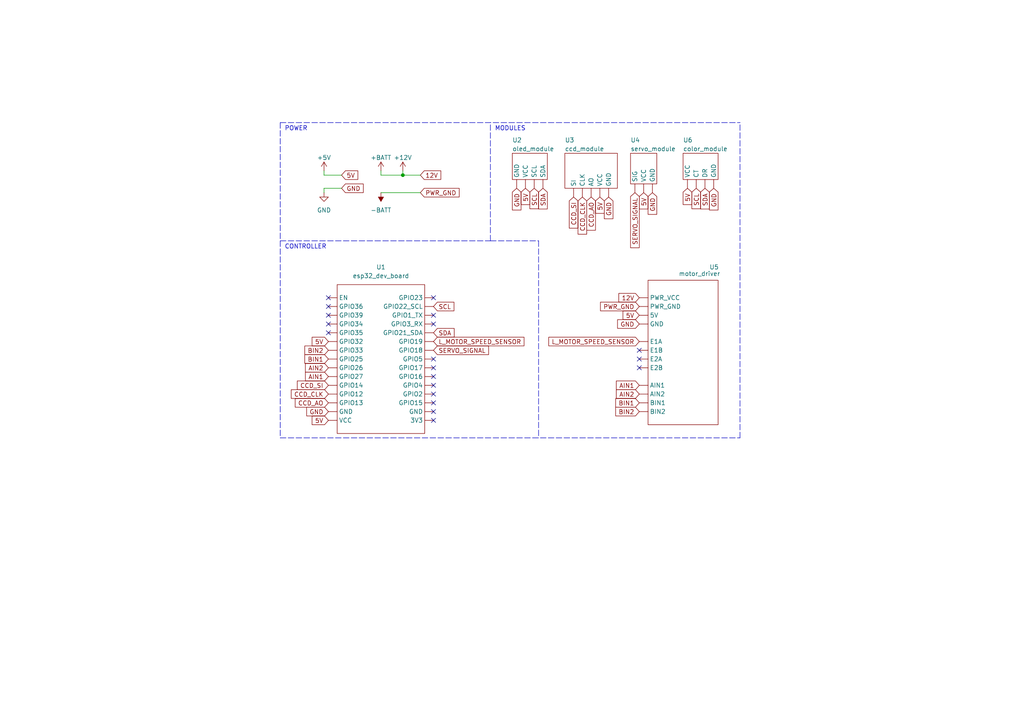
<source format=kicad_sch>
(kicad_sch (version 20211123) (generator eeschema)
  (paper "A4")
  (lib_symbols
    (symbol "dannySymbolLib:ccd_module"
      (property "Reference" "U" (at -7.62 10.16 0))
      (property "Value" "ccd_module" (at -2.54 8.89 0))
      (symbol "ccd_module_0_1"
        (rectangle (start -7.62 7.62) (end 7.62 -2.54))
      )
      (symbol "ccd_module_1_1"
        (pin input line (at 0 -5.08 90) (length 2.54) (name "AO") (number ""))
        (pin input line (at -2.54 -5.08 90) (length 2.54) (name "CLK") (number ""))
        (pin power_in line (at 5.08 -5.08 90) (length 2.54) (name "GND") (number ""))
        (pin input line (at -5.08 -5.08 90) (length 2.54) (name "SI") (number ""))
        (pin input line (at 2.54 -5.08 90) (length 2.54) (name "VCC") (number ""))
      )
    )
    (symbol "dannySymbolLib:color_module"
      (property "Reference" "U" (at -5.08 7.62 0))
      (property "Value" "color_module" (at 0 6.35 0))
      (symbol "color_module_0_1"
        (rectangle (start -5.08 3.81) (end 5.08 -3.81))
      )
      (symbol "color_module_1_1"
        (pin input line (at -1.27 -6.35 90) (length 2.54) (name "CT") (number ""))
        (pin input line (at 1.27 -6.35 90) (length 2.54) (name "DR") (number ""))
        (pin power_in line (at 3.81 -6.35 90) (length 2.54) (name "GND") (number ""))
        (pin power_in line (at -3.81 -6.35 90) (length 2.54) (name "VCC") (number ""))
      )
    )
    (symbol "dannySymbolLib:esp32_dev_board"
      (property "Reference" "U" (at -11.43 25.4 0))
      (property "Value" "esp32_dev_board" (at -3.81 24.13 0))
      (symbol "esp32_dev_board_0_1"
        (rectangle (start -12.7 22.86) (end 12.7 -20.32))
      )
      (symbol "esp32_dev_board_1_1"
        (pin power_in line (at 15.24 -16.51 180) (length 2.54) (name "3V3") (number ""))
        (pin input line (at -15.24 19.05 0) (length 2.54) (name "EN") (number ""))
        (pin power_in line (at -15.24 -13.97 0) (length 2.54) (name "GND") (number ""))
        (pin power_in line (at 15.24 -13.97 180) (length 2.54) (name "GND") (number ""))
        (pin bidirectional line (at -15.24 -8.89 0) (length 2.54) (name "GPIO12") (number ""))
        (pin bidirectional line (at -15.24 -11.43 0) (length 2.54) (name "GPIO13") (number ""))
        (pin bidirectional line (at -15.24 -6.35 0) (length 2.54) (name "GPIO14") (number ""))
        (pin bidirectional line (at 15.24 -11.43 180) (length 2.54) (name "GPIO15") (number ""))
        (pin bidirectional line (at 15.24 -3.81 180) (length 2.54) (name "GPIO16") (number ""))
        (pin bidirectional line (at 15.24 -1.27 180) (length 2.54) (name "GPIO17") (number ""))
        (pin bidirectional line (at 15.24 3.81 180) (length 2.54) (name "GPIO18") (number ""))
        (pin bidirectional line (at 15.24 6.35 180) (length 2.54) (name "GPIO19") (number ""))
        (pin bidirectional line (at 15.24 13.97 180) (length 2.54) (name "GPIO1_TX") (number ""))
        (pin bidirectional line (at 15.24 -8.89 180) (length 2.54) (name "GPIO2") (number ""))
        (pin bidirectional line (at 15.24 8.89 180) (length 2.54) (name "GPIO21_SDA") (number ""))
        (pin bidirectional line (at 15.24 16.51 180) (length 2.54) (name "GPIO22_SCL") (number ""))
        (pin bidirectional line (at 15.24 19.05 180) (length 2.54) (name "GPIO23") (number ""))
        (pin bidirectional line (at -15.24 1.27 0) (length 2.54) (name "GPIO25") (number ""))
        (pin bidirectional line (at -15.24 -1.27 0) (length 2.54) (name "GPIO26") (number ""))
        (pin bidirectional line (at -15.24 -3.81 0) (length 2.54) (name "GPIO27") (number ""))
        (pin bidirectional line (at -15.24 6.35 0) (length 2.54) (name "GPIO32") (number ""))
        (pin bidirectional line (at -15.24 3.81 0) (length 2.54) (name "GPIO33") (number ""))
        (pin bidirectional line (at -15.24 11.43 0) (length 2.54) (name "GPIO34") (number ""))
        (pin bidirectional line (at -15.24 8.89 0) (length 2.54) (name "GPIO35") (number ""))
        (pin bidirectional line (at -15.24 16.51 0) (length 2.54) (name "GPIO36") (number ""))
        (pin bidirectional line (at -15.24 13.97 0) (length 2.54) (name "GPIO39") (number ""))
        (pin bidirectional line (at 15.24 11.43 180) (length 2.54) (name "GPIO3_RX") (number ""))
        (pin bidirectional line (at 15.24 -6.35 180) (length 2.54) (name "GPIO4") (number ""))
        (pin bidirectional line (at 15.24 1.27 180) (length 2.54) (name "GPIO5") (number ""))
        (pin power_in line (at -15.24 -16.51 0) (length 2.54) (name "VCC") (number ""))
      )
    )
    (symbol "dannySymbolLib:motor_driver"
      (property "Reference" "U" (at -3.81 10.16 0))
      (property "Value" "motor_driver" (at 1.27 8.89 0))
      (symbol "motor_driver_0_1"
        (rectangle (start -5.08 7.62) (end 15.24 -34.29))
      )
      (symbol "motor_driver_1_1"
        (pin power_out line (at -7.62 -2.54 0) (length 2.54) (name "5V") (number ""))
        (pin input line (at -7.62 -22.86 0) (length 2.54) (name "AIN1") (number ""))
        (pin input line (at -7.62 -25.4 0) (length 2.54) (name "AIN2") (number ""))
        (pin input line (at -7.62 -27.94 0) (length 2.54) (name "BIN1") (number ""))
        (pin input line (at -7.62 -30.48 0) (length 2.54) (name "BIN2") (number ""))
        (pin output line (at -7.62 -10.16 0) (length 2.54) (name "E1A") (number ""))
        (pin output line (at -7.62 -12.7 0) (length 2.54) (name "E1B") (number ""))
        (pin output line (at -7.62 -15.24 0) (length 2.54) (name "E2A") (number ""))
        (pin output line (at -7.62 -17.78 0) (length 2.54) (name "E2B") (number ""))
        (pin power_out line (at -7.62 -5.08 0) (length 2.54) (name "GND") (number ""))
        (pin power_in line (at -7.62 0 0) (length 2.54) (name "PWR_GND") (number ""))
        (pin power_in line (at -7.62 2.54 0) (length 2.54) (name "PWR_VCC") (number ""))
      )
    )
    (symbol "dannySymbolLib:oled_module"
      (property "Reference" "U" (at -5.08 8.89 0))
      (property "Value" "oled_module" (at 0 6.35 0))
      (symbol "oled_module_0_1"
        (rectangle (start -5.08 5.08) (end 5.08 -2.54))
      )
      (symbol "oled_module_1_1"
        (pin power_in line (at -3.81 -5.08 90) (length 2.54) (name "GND") (number ""))
        (pin input line (at 1.27 -5.08 90) (length 2.54) (name "SCL") (number ""))
        (pin input line (at 3.81 -5.08 90) (length 2.54) (name "SDA") (number ""))
        (pin power_in line (at -1.27 -5.08 90) (length 2.54) (name "VCC") (number ""))
      )
    )
    (symbol "dannySymbolLib:servo_module"
      (property "Reference" "U" (at -2.54 8.89 0))
      (property "Value" "servo_module" (at 2.54 7.62 0))
      (symbol "servo_module_0_1"
        (rectangle (start -3.81 6.35) (end 3.81 -2.54))
      )
      (symbol "servo_module_1_1"
        (pin input line (at 2.54 -5.08 90) (length 2.54) (name "GND") (number ""))
        (pin input line (at -2.54 -5.08 90) (length 2.54) (name "SIG") (number ""))
        (pin input line (at 0 -5.08 90) (length 2.54) (name "VCC") (number ""))
      )
    )
    (symbol "power:+12V" (power) (pin_names (offset 0))
      (property "Value" "+12V" (at 0 3.556 0))
      (symbol "+12V_0_1"
        (polyline (pts (xy -0.762 1.27) (xy 0 2.54)))
        (polyline (pts (xy 0 0) (xy 0 2.54)))
        (polyline (pts (xy 0 2.54) (xy 0.762 1.27)))
      )
      (symbol "+12V_1_1"
        (pin power_in line (at 0 0 90) (length 0) hide (name "+12V") (number "1"))
      )
    )
    (symbol "power:+5V" (power) (pin_names (offset 0))
      (property "Value" "+5V" (at 0 3.556 0))
      (symbol "+5V_0_1"
        (polyline (pts (xy -0.762 1.27) (xy 0 2.54)))
        (polyline (pts (xy 0 0) (xy 0 2.54)))
        (polyline (pts (xy 0 2.54) (xy 0.762 1.27)))
      )
      (symbol "+5V_1_1"
        (pin power_in line (at 0 0 90) (length 0) hide (name "+5V") (number "1"))
      )
    )
    (symbol "power:+BATT" (power) (pin_names (offset 0))
      (property "Value" "+BATT" (at 0 3.556 0))
      (symbol "+BATT_0_1"
        (polyline (pts (xy -0.762 1.27) (xy 0 2.54)))
        (polyline (pts (xy 0 0) (xy 0 2.54)))
        (polyline (pts (xy 0 2.54) (xy 0.762 1.27)))
      )
      (symbol "+BATT_1_1"
        (pin power_in line (at 0 0 90) (length 0) hide (name "+BATT") (number "1"))
      )
    )
    (symbol "power:-BATT" (power) (pin_names (offset 0))
      (property "Value" "-BATT" (at 0 3.556 0))
      (symbol "-BATT_0_1"
        (polyline (pts (xy 0 0) (xy 0 2.54)))
        (polyline (pts (xy 0.762 1.27) (xy -0.762 1.27) (xy 0 2.54) (xy 0.762 1.27)) (fill (type outline)))
      )
      (symbol "-BATT_1_1"
        (pin power_in line (at 0 0 90) (length 0) hide (name "-BATT") (number "1"))
      )
    )
    (symbol "power:GND" (power) (pin_names (offset 0))
      (property "Value" "GND" (at 0 -3.81 0))
      (symbol "GND_0_1"
        (polyline (pts (xy 0 0) (xy 0 -1.27) (xy 1.27 -1.27) (xy 0 -2.54) (xy -1.27 -1.27) (xy 0 -1.27)))
      )
      (symbol "GND_1_1"
        (pin power_in line (at 0 0 270) (length 0) hide (name "GND") (number "1"))
      )
    )
  )
  (junction (at 116.84 50.8))
  (no_connect (at 185.42 106.68))
  (no_connect (at 185.42 104.14))
  (no_connect (at 185.42 101.6))
  (no_connect (at 95.25 86.36))
  (no_connect (at 125.73 106.68))
  (no_connect (at 125.73 86.36))
  (no_connect (at 125.73 104.14))
  (no_connect (at 125.73 91.44))
  (no_connect (at 125.73 93.98))
  (no_connect (at 125.73 109.22))
  (no_connect (at 125.73 116.84))
  (no_connect (at 125.73 121.92))
  (no_connect (at 125.73 114.3))
  (no_connect (at 125.73 111.76))
  (no_connect (at 125.73 119.38))
  (no_connect (at 95.25 93.98))
  (no_connect (at 95.25 91.44))
  (no_connect (at 95.25 88.9))
  (no_connect (at 95.25 96.52))
  (wire (pts (xy 116.84 49.53) (xy 116.84 50.8)))
  (wire (pts (xy 110.49 50.8) (xy 116.84 50.8)))
  (wire (pts (xy 93.98 49.53) (xy 93.98 50.8)))
  (wire (pts (xy 93.98 50.8) (xy 99.06 50.8)))
  (wire (pts (xy 116.84 50.8) (xy 121.92 50.8)))
  (wire (pts (xy 93.98 55.88) (xy 93.98 54.61)))
  (polyline (pts (xy 214.63 127) (xy 214.63 35.56)))
  (wire (pts (xy 93.98 54.61) (xy 99.06 54.61)))
  (polyline (pts (xy 81.28 69.85) (xy 142.24 69.85)))
  (wire (pts (xy 110.49 55.88) (xy 121.92 55.88)))
  (polyline (pts (xy 142.24 69.85) (xy 156.21 69.85)))
  (polyline (pts (xy 81.28 35.56) (xy 214.63 35.56)))
  (polyline (pts (xy 156.21 69.85) (xy 156.21 127)))
  (polyline (pts (xy 142.24 69.85) (xy 142.24 35.56)))
  (wire (pts (xy 110.49 49.53) (xy 110.49 50.8)))
  (polyline (pts (xy 81.28 127) (xy 214.63 127)))
  (polyline (pts (xy 81.28 35.56) (xy 81.28 127)))
  (text "MODULES" (at 143.51 38.1 0) (effects (font (size 1.27 1.27)) (justify left bottom)))
  (text "POWER" (at 82.55 38.1 0) (effects (font (size 1.27 1.27)) (justify left bottom)))
  (text "CONTROLLER" (at 82.55 72.39 0) (effects (font (size 1.27 1.27)) (justify left bottom)))
  (global_label "AIN2" (shape input) (at 95.25 106.68 180) (property "Intersheet References" "${INTERSHEET_REFS}" (effects hide)))
  (global_label "GND" (shape input) (at 99.06 54.61 0) (property "Intersheet References" "${INTERSHEET_REFS}" (effects hide)))
  (global_label "L_MOTOR_SPEED_SENSOR" (shape input) (at 185.42 99.06 180) (property "Intersheet References" "${INTERSHEET_REFS}" (effects hide)))
  (global_label "12V" (shape input) (at 121.92 50.8 0) (property "Intersheet References" "${INTERSHEET_REFS}" (effects hide)))
  (global_label "GND" (shape input) (at 189.23 55.88 270) (property "Intersheet References" "${INTERSHEET_REFS}" (effects hide)))
  (global_label "CCD_CLK" (shape input) (at 95.25 114.3 180) (property "Intersheet References" "${INTERSHEET_REFS}" (effects hide)))
  (global_label "5V" (shape input) (at 99.06 50.8 0) (property "Intersheet References" "${INTERSHEET_REFS}" (effects hide)))
  (global_label "GND" (shape input) (at 149.86 54.61 270) (property "Intersheet References" "${INTERSHEET_REFS}" (effects hide)))
  (global_label "SCL" (shape input) (at 154.94 54.61 270) (property "Intersheet References" "${INTERSHEET_REFS}" (effects hide)))
  (global_label "BIN1" (shape input) (at 185.42 116.84 180) (property "Intersheet References" "${INTERSHEET_REFS}" (effects hide)))
  (global_label "5V" (shape input) (at 186.69 55.88 270) (property "Intersheet References" "${INTERSHEET_REFS}" (effects hide)))
  (global_label "BIN2" (shape input) (at 95.25 101.6 180) (property "Intersheet References" "${INTERSHEET_REFS}" (effects hide)))
  (global_label "BIN1" (shape input) (at 95.25 104.14 180) (property "Intersheet References" "${INTERSHEET_REFS}" (effects hide)))
  (global_label "5V" (shape input) (at 199.39 54.61 270) (property "Intersheet References" "${INTERSHEET_REFS}" (effects hide)))
  (global_label "BIN2" (shape input) (at 185.42 119.38 180) (property "Intersheet References" "${INTERSHEET_REFS}" (effects hide)))
  (global_label "CCD_AO" (shape input) (at 171.45 57.15 270) (property "Intersheet References" "${INTERSHEET_REFS}" (effects hide)))
  (global_label "AIN1" (shape input) (at 95.25 109.22 180) (property "Intersheet References" "${INTERSHEET_REFS}" (effects hide)))
  (global_label "GND" (shape input) (at 95.25 119.38 180) (property "Intersheet References" "${INTERSHEET_REFS}" (effects hide)))
  (global_label "SERVO_SIGNAL" (shape input) (at 184.15 55.88 270) (property "Intersheet References" "${INTERSHEET_REFS}" (effects hide)))
  (global_label "CCD_SI" (shape input) (at 95.25 111.76 180) (property "Intersheet References" "${INTERSHEET_REFS}" (effects hide)))
  (global_label "PWR_GND" (shape input) (at 185.42 88.9 180) (property "Intersheet References" "${INTERSHEET_REFS}" (effects hide)))
  (global_label "SCL" (shape input) (at 201.93 54.61 270) (property "Intersheet References" "${INTERSHEET_REFS}" (effects hide)))
  (global_label "5V" (shape input) (at 173.99 57.15 270) (property "Intersheet References" "${INTERSHEET_REFS}" (effects hide)))
  (global_label "SCL" (shape input) (at 125.73 88.9 0) (property "Intersheet References" "${INTERSHEET_REFS}" (effects hide)))
  (global_label "SERVO_SIGNAL" (shape input) (at 125.73 101.6 0) (property "Intersheet References" "${INTERSHEET_REFS}" (effects hide)))
  (global_label "GND" (shape input) (at 207.01 54.61 270) (property "Intersheet References" "${INTERSHEET_REFS}" (effects hide)))
  (global_label "SDA" (shape input) (at 125.73 96.52 0) (property "Intersheet References" "${INTERSHEET_REFS}" (effects hide)))
  (global_label "CCD_SI" (shape input) (at 166.37 57.15 270) (property "Intersheet References" "${INTERSHEET_REFS}" (effects hide)))
  (global_label "SDA" (shape input) (at 157.48 54.61 270) (property "Intersheet References" "${INTERSHEET_REFS}" (effects hide)))
  (global_label "AIN2" (shape input) (at 185.42 114.3 180) (property "Intersheet References" "${INTERSHEET_REFS}" (effects hide)))
  (global_label "5V" (shape input) (at 185.42 91.44 180) (property "Intersheet References" "${INTERSHEET_REFS}" (effects hide)))
  (global_label "AIN1" (shape input) (at 185.42 111.76 180) (property "Intersheet References" "${INTERSHEET_REFS}" (effects hide)))
  (global_label "SDA" (shape input) (at 204.47 54.61 270) (property "Intersheet References" "${INTERSHEET_REFS}" (effects hide)))
  (global_label "GND" (shape input) (at 185.42 93.98 180) (property "Intersheet References" "${INTERSHEET_REFS}" (effects hide)))
  (global_label "CCD_CLK" (shape input) (at 168.91 57.15 270) (property "Intersheet References" "${INTERSHEET_REFS}" (effects hide)))
  (global_label "5V" (shape input) (at 152.4 54.61 270) (property "Intersheet References" "${INTERSHEET_REFS}" (effects hide)))
  (global_label "5V" (shape input) (at 95.25 99.06 180) (property "Intersheet References" "${INTERSHEET_REFS}" (effects hide)))
  (global_label "CCD_AO" (shape input) (at 95.25 116.84 180) (property "Intersheet References" "${INTERSHEET_REFS}" (effects hide)))
  (global_label "PWR_GND" (shape input) (at 121.92 55.88 0) (property "Intersheet References" "${INTERSHEET_REFS}" (effects hide)))
  (global_label "5V" (shape input) (at 95.25 121.92 180) (property "Intersheet References" "${INTERSHEET_REFS}" (effects hide)))
  (global_label "GND" (shape input) (at 176.53 57.15 270) (property "Intersheet References" "${INTERSHEET_REFS}" (effects hide)))
  (global_label "L_MOTOR_SPEED_SENSOR" (shape input) (at 125.73 99.06 0) (property "Intersheet References" "${INTERSHEET_REFS}" (effects hide)))
  (global_label "12V" (shape input) (at 185.42 86.36 180) (property "Intersheet References" "${INTERSHEET_REFS}" (effects hide)))
  (symbol (lib_id "dannySymbolLib:servo_module") (at 186.69 50.8 0) (unit 1)
    (property "Reference" "U4" (at 182.88 40.64 0) (effects (justify left)))
    (property "Value" "servo_module" (at 182.88 43.18 0) (effects (justify left)))
  )
  (symbol (lib_id "power:GND") (at 93.98 55.88 0) (unit 1)
    (property "Reference" "#PWR02" (effects hide))
    (property "Value" "GND" (at 93.98 60.96 0))
  )
  (symbol (lib_id "power:+5V") (at 93.98 49.53 0) (unit 1)
    (property "Reference" "#PWR01" (effects hide))
    (property "Value" "+5V" (at 93.98 45.72 0))
  )
  (symbol (lib_id "power:+12V") (at 116.84 49.53 0) (unit 1)
    (property "Reference" "#PWR05" (effects hide))
    (property "Value" "+12V" (at 116.84 45.72 0))
  )
  (symbol (lib_id "power:-BATT") (at 110.49 55.88 180) (unit 1)
    (property "Reference" "#PWR04" (effects hide))
    (property "Value" "-BATT" (at 110.49 60.96 0))
  )
  (symbol (lib_id "dannySymbolLib:oled_module") (at 153.67 49.53 0) (unit 1)
    (property "Reference" "U2" (at 148.59 40.64 0) (effects (justify left)))
    (property "Value" "oled_module" (at 148.59 43.18 0) (effects (justify left)))
  )
  (symbol (lib_id "dannySymbolLib:ccd_module") (at 171.45 52.07 0) (unit 1)
    (property "Reference" "U3" (at 163.83 40.64 0) (effects (justify left)))
    (property "Value" "ccd_module" (at 163.83 43.18 0) (effects (justify left)))
  )
  (symbol (lib_id "dannySymbolLib:esp32_dev_board") (at 110.49 105.41 0) (unit 1)
    (property "Reference" "U1" (at 110.49 77.47 0))
    (property "Value" "esp32_dev_board" (at 110.49 80.01 0))
  )
  (symbol (lib_id "dannySymbolLib:motor_driver") (at 193.04 88.9 0) (unit 1)
    (property "Reference" "U5" (at 205.74 77.47 0) (effects (justify left)))
    (property "Value" "motor_driver" (at 196.85 79.3751 0) (effects (justify left)))
  )
  (symbol (lib_id "power:+BATT") (at 110.49 49.53 0) (unit 1)
    (property "Reference" "#PWR03" (effects hide))
    (property "Value" "+BATT" (at 110.49 45.72 0))
  )
  (symbol (lib_id "dannySymbolLib:color_module") (at 203.2 48.26 0) (unit 1)
    (property "Reference" "U6" (at 198.12 40.64 0) (effects (justify left)))
    (property "Value" "color_module" (at 198.12 43.18 0) (effects (justify left)))
  )
)
</source>
